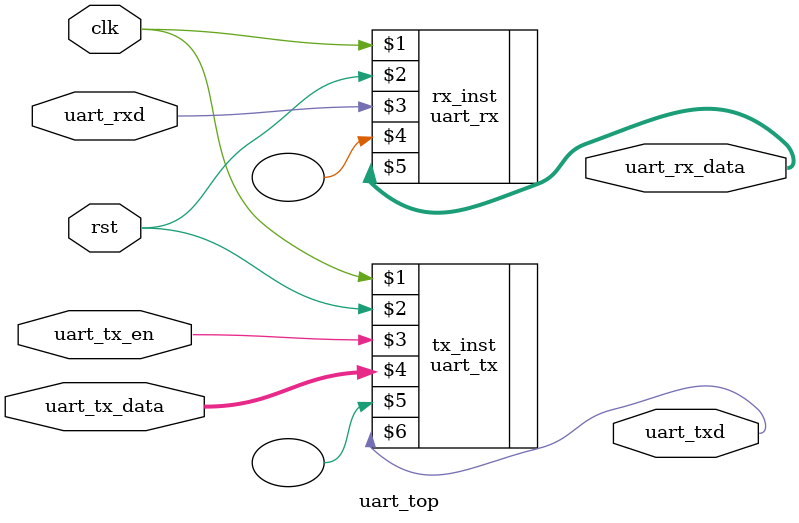
<source format=v>
`timescale 1ns / 1ps


module uart_top(
	input clk, 
	input rst, 

	// tx
	input uart_tx_en, 
	input [7:0] uart_tx_data, 
	output uart_txd,
	
	//rx 
	input uart_rxd, 
	output [7:0] uart_rx_data     
);    
uart_tx tx_inst(clk, rst, uart_tx_en, uart_tx_data, , uart_txd);
uart_rx rx_inst(clk, rst, uart_rxd, , uart_rx_data);         

endmodule


</source>
